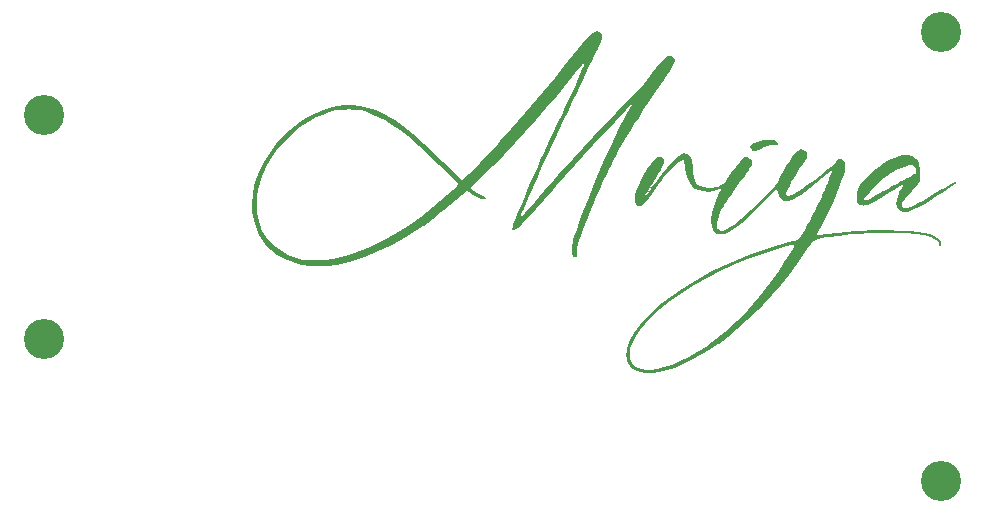
<source format=gts>
%TF.GenerationSoftware,KiCad,Pcbnew,9.0.7*%
%TF.CreationDate,2026-02-08T19:21:18+03:00*%
%TF.ProjectId,mriya-bottom-plate,6d726979-612d-4626-9f74-746f6d2d706c,1.1.3*%
%TF.SameCoordinates,Original*%
%TF.FileFunction,Soldermask,Top*%
%TF.FilePolarity,Negative*%
%FSLAX46Y46*%
G04 Gerber Fmt 4.6, Leading zero omitted, Abs format (unit mm)*
G04 Created by KiCad (PCBNEW 9.0.7) date 2026-02-08 19:21:18*
%MOMM*%
%LPD*%
G01*
G04 APERTURE LIST*
%ADD10C,0.000000*%
%ADD11C,3.400000*%
G04 APERTURE END LIST*
D10*
%TO.C,G\u002A\u002A\u002A*%
G36*
X121399115Y-69839841D02*
G01*
X121516075Y-69889392D01*
X121635724Y-69999931D01*
X121670977Y-70114324D01*
X121632835Y-70209487D01*
X121532299Y-70262333D01*
X121380372Y-70249778D01*
X121349388Y-70239161D01*
X121202366Y-70219884D01*
X120994169Y-70253258D01*
X120718681Y-70340964D01*
X120369783Y-70484680D01*
X120238359Y-70544285D01*
X119958688Y-70662682D01*
X119748013Y-70724995D01*
X119593669Y-70733198D01*
X119482990Y-70689264D01*
X119456367Y-70666173D01*
X119357820Y-70514374D01*
X119353500Y-70361117D01*
X119438219Y-70217443D01*
X119606790Y-70094394D01*
X119754196Y-70032268D01*
X120140473Y-69919354D01*
X120515021Y-69842282D01*
X120860923Y-69802424D01*
X121161260Y-69801153D01*
X121399115Y-69839841D01*
G37*
G36*
X132732716Y-71101697D02*
G01*
X133001943Y-71161645D01*
X133207245Y-71254514D01*
X133383573Y-71397013D01*
X133412551Y-71426711D01*
X133528024Y-71572956D01*
X133610839Y-71743150D01*
X133665167Y-71955032D01*
X133695182Y-72226343D01*
X133705057Y-72574824D01*
X133704908Y-72669619D01*
X133705389Y-72886605D01*
X133704511Y-73051714D01*
X133694432Y-73181136D01*
X133667309Y-73291059D01*
X133615300Y-73397672D01*
X133530563Y-73517164D01*
X133405256Y-73665723D01*
X133231536Y-73859538D01*
X133008663Y-74106863D01*
X132701581Y-74462056D01*
X132469168Y-74759614D01*
X132308325Y-75005083D01*
X132215953Y-75204008D01*
X132188955Y-75361935D01*
X132224232Y-75484410D01*
X132232245Y-75496620D01*
X132338353Y-75579512D01*
X132430425Y-75601184D01*
X132596518Y-75572596D01*
X132839100Y-75488620D01*
X133153001Y-75351932D01*
X133533054Y-75165212D01*
X133974091Y-74931138D01*
X134470945Y-74652387D01*
X135018447Y-74331638D01*
X135611430Y-73971570D01*
X135797894Y-73855989D01*
X136056652Y-73697205D01*
X136289663Y-73558631D01*
X136482430Y-73448535D01*
X136620462Y-73375181D01*
X136689264Y-73346835D01*
X136690818Y-73346746D01*
X136755118Y-73367944D01*
X136736915Y-73431937D01*
X136635409Y-73539320D01*
X136449803Y-73690688D01*
X136179297Y-73886637D01*
X135823095Y-74127762D01*
X135380398Y-74414660D01*
X134850406Y-74747926D01*
X134629389Y-74884731D01*
X134090905Y-75206396D01*
X133621791Y-75463577D01*
X133216493Y-75658313D01*
X132869456Y-75792648D01*
X132575126Y-75868623D01*
X132327949Y-75888279D01*
X132122370Y-75853658D01*
X132059688Y-75829310D01*
X131920756Y-75730060D01*
X131810004Y-75560892D01*
X131788697Y-75515027D01*
X131733550Y-75377997D01*
X131708785Y-75263379D01*
X131711270Y-75132178D01*
X131737871Y-74945396D01*
X131741287Y-74924852D01*
X131818770Y-74620455D01*
X131956464Y-74260148D01*
X132049852Y-74056492D01*
X132148658Y-73850329D01*
X132229026Y-73679732D01*
X132282262Y-73563357D01*
X132299803Y-73520190D01*
X132259239Y-73540779D01*
X132144759Y-73608229D01*
X131967180Y-73715923D01*
X131737321Y-73857246D01*
X131465998Y-74025582D01*
X131164030Y-74214316D01*
X131135010Y-74232522D01*
X130666826Y-74523834D01*
X130272688Y-74762997D01*
X129943928Y-74954412D01*
X129671881Y-75102484D01*
X129447879Y-75211616D01*
X129263256Y-75286210D01*
X129109345Y-75330670D01*
X128977480Y-75349399D01*
X128934111Y-75350691D01*
X128757424Y-75335967D01*
X128624806Y-75278860D01*
X128530672Y-75204267D01*
X128452845Y-75130788D01*
X128404752Y-75063255D01*
X128379311Y-74975817D01*
X128369444Y-74842626D01*
X128369180Y-74803357D01*
X129002347Y-74803357D01*
X129008423Y-74877447D01*
X129090036Y-74894737D01*
X129247217Y-74857516D01*
X129444182Y-74783104D01*
X129572136Y-74722469D01*
X129767950Y-74620179D01*
X130013557Y-74486122D01*
X130290893Y-74330187D01*
X130581892Y-74162261D01*
X130630314Y-74133883D01*
X130972211Y-73935370D01*
X131350915Y-73719352D01*
X131734169Y-73503984D01*
X132089711Y-73307421D01*
X132333667Y-73175294D01*
X132599643Y-73033024D01*
X132843769Y-72902216D01*
X133048648Y-72792209D01*
X133196883Y-72712344D01*
X133264201Y-72675766D01*
X133366714Y-72572128D01*
X133397858Y-72431028D01*
X133367645Y-72273454D01*
X133286089Y-72120393D01*
X133163203Y-71992831D01*
X133009002Y-71911755D01*
X132891143Y-71893886D01*
X132765330Y-71915294D01*
X132572434Y-71973935D01*
X132334589Y-72061439D01*
X132073929Y-72169433D01*
X131812588Y-72289545D01*
X131709256Y-72340923D01*
X131210817Y-72634218D01*
X130692914Y-73013047D01*
X130167272Y-73467730D01*
X129645616Y-73988582D01*
X129437056Y-74217381D01*
X129216692Y-74475614D01*
X129071780Y-74670176D01*
X129002347Y-74803357D01*
X128369180Y-74803357D01*
X128368069Y-74637830D01*
X128368129Y-74610849D01*
X128372145Y-74383961D01*
X128388830Y-74217797D01*
X128427082Y-74072954D01*
X128495796Y-73910031D01*
X128553049Y-73791856D01*
X128751750Y-73463029D01*
X129029412Y-73110863D01*
X129371871Y-72748999D01*
X129764966Y-72391078D01*
X130194533Y-72050741D01*
X130646410Y-71741629D01*
X130744909Y-71680687D01*
X131253427Y-71402357D01*
X131720307Y-71210992D01*
X132150866Y-71105044D01*
X132550419Y-71082965D01*
X132732716Y-71101697D01*
G37*
G36*
X106435974Y-60588491D02*
G01*
X106554270Y-60636071D01*
X106645466Y-60701298D01*
X106758706Y-60826177D01*
X106798495Y-60964786D01*
X106799606Y-61000586D01*
X106798309Y-61055426D01*
X106792720Y-61113103D01*
X106780287Y-61179328D01*
X106758462Y-61259814D01*
X106724694Y-61360274D01*
X106676434Y-61486419D01*
X106611131Y-61643963D01*
X106526236Y-61838618D01*
X106419199Y-62076096D01*
X106287469Y-62362110D01*
X106128498Y-62702372D01*
X105939734Y-63102595D01*
X105718629Y-63568491D01*
X105462633Y-64105773D01*
X105169195Y-64720153D01*
X104835765Y-65417343D01*
X104721286Y-65656608D01*
X104276572Y-66587007D01*
X103871702Y-67436354D01*
X103502539Y-68213630D01*
X103164950Y-68927812D01*
X102854799Y-69587880D01*
X102567951Y-70202812D01*
X102300271Y-70781589D01*
X102047626Y-71333189D01*
X101805879Y-71866590D01*
X101570895Y-72390772D01*
X101338541Y-72914715D01*
X101104681Y-73447396D01*
X100865181Y-73997795D01*
X100637797Y-74524063D01*
X100437573Y-74988832D01*
X100273578Y-75369873D01*
X100142436Y-75675497D01*
X100040773Y-75914014D01*
X99965211Y-76093735D01*
X99912375Y-76222968D01*
X99878891Y-76310026D01*
X99861382Y-76363217D01*
X99856472Y-76390852D01*
X99860785Y-76401242D01*
X99870947Y-76402697D01*
X99874711Y-76402633D01*
X99919802Y-76366737D01*
X100014998Y-76269297D01*
X100145998Y-76125526D01*
X100286785Y-75964320D01*
X101104370Y-75016113D01*
X101907545Y-74095687D01*
X102706016Y-73192433D01*
X103509488Y-72295740D01*
X104327668Y-71394996D01*
X105170262Y-70479591D01*
X106046975Y-69538915D01*
X106967514Y-68562357D01*
X107941584Y-67539306D01*
X108978891Y-66459151D01*
X109028994Y-66407184D01*
X109516906Y-65897051D01*
X109937894Y-65447684D01*
X110298534Y-65051756D01*
X110605405Y-64701938D01*
X110865083Y-64390903D01*
X111053772Y-64151340D01*
X111370550Y-63740444D01*
X111636884Y-63405549D01*
X111859587Y-63140428D01*
X112045473Y-62938858D01*
X112201354Y-62794613D01*
X112334044Y-62701467D01*
X112450357Y-62653196D01*
X112557105Y-62643575D01*
X112661103Y-62666378D01*
X112673921Y-62671074D01*
X112831077Y-62777625D01*
X112934804Y-62939433D01*
X112961736Y-63076734D01*
X112946173Y-63158428D01*
X112897053Y-63279733D01*
X112810725Y-63446727D01*
X112683540Y-63665486D01*
X112511849Y-63942088D01*
X112292001Y-64282610D01*
X112020348Y-64693129D01*
X111743366Y-65105523D01*
X111201984Y-65909729D01*
X110713937Y-66639876D01*
X110274548Y-67303599D01*
X109879142Y-67908532D01*
X109523040Y-68462311D01*
X109201567Y-68972572D01*
X108910045Y-69446949D01*
X108643798Y-69893078D01*
X108398148Y-70318594D01*
X108168418Y-70731132D01*
X107949933Y-71138327D01*
X107738014Y-71547815D01*
X107527986Y-71967231D01*
X107477824Y-72069231D01*
X107187381Y-72672298D01*
X106890758Y-73307975D01*
X106592949Y-73964323D01*
X106298949Y-74629402D01*
X106013753Y-75291271D01*
X105742355Y-75937990D01*
X105489750Y-76557620D01*
X105260933Y-77138220D01*
X105060898Y-77667850D01*
X104894641Y-78134570D01*
X104767155Y-78526441D01*
X104743643Y-78605416D01*
X104664705Y-78949779D01*
X104639682Y-79281774D01*
X104655862Y-79584024D01*
X104653283Y-79692648D01*
X104600789Y-79738519D01*
X104542554Y-79749216D01*
X104397939Y-79723938D01*
X104295606Y-79613623D01*
X104236263Y-79424399D01*
X104220618Y-79162395D01*
X104249380Y-78833738D01*
X104323256Y-78444558D01*
X104370054Y-78256411D01*
X104435187Y-78027978D01*
X104521636Y-77755235D01*
X104631652Y-77432097D01*
X104767486Y-77052481D01*
X104931390Y-76610303D01*
X105125615Y-76099477D01*
X105352411Y-75513920D01*
X105614031Y-74847548D01*
X105875659Y-74187425D01*
X106310490Y-73109513D01*
X106723849Y-72117311D01*
X107120750Y-71199895D01*
X107506205Y-70346342D01*
X107885229Y-69545730D01*
X108262833Y-68787133D01*
X108644033Y-68059629D01*
X108917184Y-67560355D01*
X109062308Y-67296658D01*
X109187315Y-67063732D01*
X109285112Y-66875279D01*
X109348606Y-66745001D01*
X109370705Y-66686601D01*
X109370244Y-66685080D01*
X109329780Y-66696259D01*
X109314337Y-66715700D01*
X109273130Y-66762650D01*
X109170102Y-66873956D01*
X109012781Y-67041657D01*
X108808694Y-67257787D01*
X108565368Y-67514382D01*
X108290330Y-67803479D01*
X107991108Y-68117114D01*
X107871495Y-68242257D01*
X107514931Y-68615559D01*
X107185955Y-68961152D01*
X106878484Y-69285784D01*
X106586432Y-69596203D01*
X106303715Y-69899156D01*
X106024248Y-70201391D01*
X105741945Y-70509656D01*
X105450723Y-70830699D01*
X105144496Y-71171267D01*
X104817180Y-71538109D01*
X104462689Y-71937971D01*
X104074940Y-72377603D01*
X103647846Y-72863751D01*
X103175324Y-73403164D01*
X102651289Y-74002590D01*
X102069655Y-74668775D01*
X101868064Y-74899803D01*
X101546317Y-75264254D01*
X101219100Y-75626963D01*
X100895149Y-75978857D01*
X100583200Y-76310859D01*
X100291990Y-76613895D01*
X100030255Y-76878890D01*
X99806731Y-77096769D01*
X99630155Y-77258458D01*
X99509263Y-77354881D01*
X99496847Y-77362923D01*
X99372113Y-77422140D01*
X99272588Y-77439473D01*
X99258492Y-77436228D01*
X99214490Y-77405584D01*
X99191143Y-77349469D01*
X99190885Y-77260000D01*
X99216152Y-77129291D01*
X99269380Y-76949461D01*
X99353005Y-76712623D01*
X99469462Y-76410895D01*
X99621186Y-76036393D01*
X99810613Y-75581232D01*
X99889438Y-75393901D01*
X100223119Y-74604644D01*
X100526276Y-73892487D01*
X100805973Y-73241651D01*
X101069274Y-72636358D01*
X101323243Y-72060828D01*
X101574946Y-71499282D01*
X101831446Y-70935942D01*
X102099807Y-70355028D01*
X102387094Y-69740761D01*
X102700372Y-69077362D01*
X102992811Y-68462130D01*
X103355029Y-67698478D01*
X103693121Y-66978905D01*
X104005174Y-66307742D01*
X104289271Y-65689316D01*
X104543499Y-65127958D01*
X104765943Y-64627997D01*
X104954687Y-64193761D01*
X105107818Y-63829579D01*
X105223421Y-63539781D01*
X105299581Y-63328696D01*
X105334384Y-63200652D01*
X105334976Y-63166468D01*
X105300473Y-63186597D01*
X105216082Y-63273604D01*
X105092986Y-63414932D01*
X104942365Y-63598023D01*
X104871762Y-63686665D01*
X103900182Y-64903869D01*
X102965469Y-66045126D01*
X102056762Y-67122589D01*
X101163200Y-68148412D01*
X100273921Y-69134746D01*
X99378063Y-70093745D01*
X98464765Y-71037562D01*
X97523166Y-71978348D01*
X97037644Y-72452096D01*
X96739909Y-72741485D01*
X96464231Y-73011442D01*
X96219149Y-73253452D01*
X96013199Y-73459002D01*
X95854919Y-73619578D01*
X95752845Y-73726666D01*
X95716342Y-73769808D01*
X95704020Y-73878813D01*
X95736378Y-73934144D01*
X95830240Y-74019419D01*
X95987862Y-74134187D01*
X96183731Y-74262438D01*
X96392337Y-74388164D01*
X96588166Y-74495358D01*
X96745709Y-74568011D01*
X96747876Y-74568843D01*
X96903301Y-74648808D01*
X96969002Y-74726329D01*
X96955149Y-74791202D01*
X96871916Y-74833221D01*
X96729474Y-74842182D01*
X96537994Y-74807878D01*
X96515974Y-74801506D01*
X96395398Y-74749595D01*
X96219190Y-74654085D01*
X96013203Y-74529679D01*
X95846846Y-74420929D01*
X95656247Y-74293243D01*
X95496947Y-74189423D01*
X95386518Y-74120726D01*
X95343202Y-74098225D01*
X95296551Y-74129273D01*
X95191654Y-74213338D01*
X95045090Y-74336803D01*
X94907959Y-74455689D01*
X94423344Y-74874779D01*
X93921537Y-75297779D01*
X93417407Y-75712751D01*
X92925825Y-76107756D01*
X92461662Y-76470855D01*
X92039788Y-76790111D01*
X91675073Y-77053584D01*
X91652058Y-77069637D01*
X90721945Y-77683817D01*
X89766493Y-78251990D01*
X88797716Y-78768745D01*
X87827628Y-79228671D01*
X86868242Y-79626361D01*
X85931572Y-79956402D01*
X85029630Y-80213387D01*
X84337876Y-80363339D01*
X84063908Y-80404043D01*
X83730450Y-80438956D01*
X83364334Y-80466672D01*
X82992396Y-80485784D01*
X82641467Y-80494886D01*
X82338382Y-80492571D01*
X82126036Y-80479277D01*
X81330894Y-80350609D01*
X80592962Y-80145037D01*
X79915169Y-79864098D01*
X79300445Y-79509331D01*
X78751721Y-79082273D01*
X78271927Y-78584463D01*
X78099781Y-78365624D01*
X77752366Y-77814272D01*
X77484336Y-77210095D01*
X77296193Y-76562051D01*
X77188442Y-75879096D01*
X77168459Y-75351648D01*
X77556301Y-75351648D01*
X77605943Y-76018040D01*
X77725066Y-76653118D01*
X77911851Y-77238607D01*
X78019566Y-77485358D01*
X78315083Y-77989244D01*
X78695049Y-78453703D01*
X79149067Y-78871615D01*
X79666738Y-79235858D01*
X80237667Y-79539310D01*
X80851454Y-79774850D01*
X81497704Y-79935356D01*
X81629295Y-79957727D01*
X81831853Y-79977422D01*
X82109738Y-79987728D01*
X82438587Y-79989318D01*
X82794036Y-79982863D01*
X83151720Y-79969036D01*
X83487277Y-79948509D01*
X83776343Y-79921953D01*
X83979685Y-79892886D01*
X85002447Y-79656232D01*
X86045289Y-79324116D01*
X87104583Y-78898427D01*
X88176704Y-78381056D01*
X89258026Y-77773893D01*
X90344923Y-77078828D01*
X91433768Y-76297753D01*
X92496450Y-75452993D01*
X92769072Y-75223115D01*
X93055080Y-74977368D01*
X93344479Y-74724798D01*
X93627273Y-74474450D01*
X93893467Y-74235368D01*
X94133063Y-74016599D01*
X94336068Y-73827186D01*
X94492483Y-73676176D01*
X94592315Y-73572613D01*
X94625641Y-73526303D01*
X94590584Y-73480348D01*
X94490940Y-73373642D01*
X94334998Y-73214198D01*
X94131047Y-73010031D01*
X93887376Y-72769152D01*
X93612274Y-72499576D01*
X93314031Y-72209315D01*
X93000935Y-71906384D01*
X92681276Y-71598795D01*
X92363343Y-71294562D01*
X92055425Y-71001698D01*
X91765811Y-70728217D01*
X91502791Y-70482131D01*
X91274654Y-70271454D01*
X91089688Y-70104199D01*
X91043590Y-70063455D01*
X90333083Y-69461075D01*
X89665376Y-68940046D01*
X89032204Y-68495507D01*
X88425308Y-68122597D01*
X87836425Y-67816454D01*
X87257294Y-67572220D01*
X86679653Y-67385032D01*
X86351234Y-67302747D01*
X86072581Y-67258186D01*
X85727101Y-67230233D01*
X85345972Y-67218918D01*
X84960368Y-67224272D01*
X84601464Y-67246325D01*
X84300437Y-67285110D01*
X84223238Y-67300649D01*
X83703539Y-67444420D01*
X83144205Y-67646478D01*
X82576261Y-67894070D01*
X82030729Y-68174440D01*
X81861446Y-68271664D01*
X81174367Y-68728523D01*
X80522469Y-69261587D01*
X79914039Y-69859529D01*
X79357365Y-70511018D01*
X78860733Y-71204726D01*
X78432431Y-71929324D01*
X78080744Y-72673484D01*
X77813960Y-73425875D01*
X77672729Y-73998028D01*
X77577957Y-74672218D01*
X77556301Y-75351648D01*
X77168459Y-75351648D01*
X77161584Y-75170187D01*
X77216122Y-74444284D01*
X77352560Y-73710342D01*
X77571401Y-72977320D01*
X77769356Y-72479822D01*
X78176844Y-71648086D01*
X78639452Y-70887153D01*
X79171364Y-70176374D01*
X79786763Y-69495100D01*
X79892410Y-69388955D01*
X80347882Y-68957946D01*
X80783596Y-68593760D01*
X81228448Y-68275634D01*
X81711336Y-67982799D01*
X82226233Y-67711800D01*
X82977513Y-67368080D01*
X83685896Y-67108735D01*
X84362016Y-66933441D01*
X85016506Y-66841872D01*
X85659999Y-66833704D01*
X86303128Y-66908612D01*
X86956528Y-67066272D01*
X87630831Y-67306359D01*
X88137870Y-67531331D01*
X88516387Y-67719519D01*
X88881804Y-67918325D01*
X89241581Y-68133686D01*
X89603178Y-68371541D01*
X89974055Y-68637826D01*
X90361670Y-68938480D01*
X90773483Y-69279439D01*
X91216955Y-69666641D01*
X91699544Y-70106024D01*
X92228711Y-70603525D01*
X92811914Y-71165081D01*
X93287873Y-71630488D01*
X93619664Y-71955264D01*
X93930911Y-72257269D01*
X94214107Y-72529413D01*
X94461749Y-72764605D01*
X94666329Y-72955756D01*
X94820345Y-73095775D01*
X94916289Y-73177572D01*
X94945499Y-73196450D01*
X95005793Y-73160290D01*
X95127076Y-73056055D01*
X95303267Y-72890111D01*
X95528287Y-72668823D01*
X95796059Y-72398558D01*
X96100502Y-72085682D01*
X96435537Y-71736560D01*
X96795085Y-71357559D01*
X97173068Y-70955045D01*
X97563406Y-70535384D01*
X97960020Y-70104941D01*
X98356831Y-69670083D01*
X98747760Y-69237175D01*
X99059796Y-68887969D01*
X99678547Y-68189267D01*
X100247312Y-67540921D01*
X100778673Y-66927893D01*
X101285207Y-66335149D01*
X101779495Y-65747651D01*
X102274116Y-65150364D01*
X102781649Y-64528251D01*
X103314674Y-63866276D01*
X103885771Y-63149404D01*
X104319886Y-62600592D01*
X104713080Y-62107338D01*
X105054192Y-61691767D01*
X105348607Y-61349481D01*
X105601708Y-61076082D01*
X105818881Y-60867173D01*
X106005510Y-60718357D01*
X106166978Y-60625236D01*
X106308672Y-60583413D01*
X106435974Y-60588491D01*
G37*
G36*
X123849292Y-70615990D02*
G01*
X124011899Y-70705487D01*
X124123434Y-70852896D01*
X124168733Y-71044172D01*
X124132632Y-71265272D01*
X124118146Y-71302820D01*
X124054889Y-71422828D01*
X123948935Y-71592566D01*
X123819038Y-71782622D01*
X123762574Y-71860454D01*
X123579732Y-72119598D01*
X123387282Y-72413213D01*
X123192671Y-72727739D01*
X123003341Y-73049616D01*
X122826737Y-73365284D01*
X122670305Y-73661184D01*
X122541488Y-73923756D01*
X122447730Y-74139440D01*
X122396476Y-74294677D01*
X122389952Y-74360637D01*
X122446437Y-74471644D01*
X122570717Y-74511000D01*
X122761246Y-74479382D01*
X123016482Y-74377470D01*
X123334880Y-74205942D01*
X123714898Y-73965478D01*
X124154991Y-73656757D01*
X124394568Y-73478909D01*
X124815827Y-73157443D01*
X125213341Y-72846996D01*
X125578289Y-72554892D01*
X125901851Y-72288456D01*
X126175206Y-72055011D01*
X126389533Y-71861882D01*
X126536010Y-71716394D01*
X126581913Y-71662681D01*
X126712790Y-71512526D01*
X126829746Y-71439250D01*
X126963466Y-71430012D01*
X127080560Y-71454001D01*
X127238685Y-71544125D01*
X127339581Y-71714631D01*
X127382172Y-71962914D01*
X127377538Y-72171653D01*
X127337083Y-72421021D01*
X127252311Y-72746028D01*
X127128106Y-73135030D01*
X126969351Y-73576380D01*
X126780930Y-74058431D01*
X126567726Y-74569538D01*
X126334624Y-75098054D01*
X126086505Y-75632335D01*
X125828254Y-76160733D01*
X125564754Y-76671602D01*
X125300888Y-77153297D01*
X125254520Y-77234629D01*
X125133920Y-77449256D01*
X125034188Y-77635211D01*
X124964910Y-77773999D01*
X124935669Y-77847122D01*
X124935306Y-77850608D01*
X124979448Y-77888946D01*
X125098126Y-77882831D01*
X125836496Y-77770557D01*
X126640099Y-77669928D01*
X127474310Y-77584396D01*
X128304502Y-77517413D01*
X129096046Y-77472429D01*
X129293886Y-77464670D01*
X129751580Y-77452884D01*
X130246502Y-77447716D01*
X130762453Y-77448737D01*
X131283234Y-77455520D01*
X131792646Y-77467636D01*
X132274488Y-77484656D01*
X132712562Y-77506153D01*
X133090667Y-77531697D01*
X133392606Y-77560861D01*
X133505863Y-77576041D01*
X134052641Y-77676035D01*
X134516465Y-77796089D01*
X134894730Y-77934678D01*
X135184828Y-78090275D01*
X135384151Y-78261358D01*
X135490091Y-78446399D01*
X135500042Y-78643874D01*
X135475705Y-78728250D01*
X135425554Y-78801784D01*
X135380022Y-78785203D01*
X135356409Y-78687786D01*
X135355819Y-78663956D01*
X135306970Y-78477730D01*
X135164648Y-78304893D01*
X134935189Y-78150032D01*
X134624930Y-78017733D01*
X134353846Y-77938722D01*
X134093087Y-77876299D01*
X133856193Y-77824800D01*
X133629812Y-77783186D01*
X133400590Y-77750416D01*
X133155175Y-77725450D01*
X132880215Y-77707249D01*
X132562357Y-77694772D01*
X132188248Y-77686979D01*
X131744536Y-77682831D01*
X131217867Y-77681287D01*
X131047337Y-77681178D01*
X130355391Y-77683223D01*
X129746033Y-77690413D01*
X129201746Y-77703673D01*
X128705011Y-77723928D01*
X128238308Y-77752103D01*
X127784118Y-77789123D01*
X127324923Y-77835913D01*
X126843203Y-77893398D01*
X126713807Y-77909989D01*
X126166760Y-77984653D01*
X125713633Y-78054788D01*
X125348317Y-78121696D01*
X125064706Y-78186682D01*
X124856691Y-78251049D01*
X124718165Y-78316100D01*
X124678769Y-78344332D01*
X124604734Y-78424537D01*
X124487169Y-78573341D01*
X124337367Y-78775476D01*
X124166620Y-79015671D01*
X123986219Y-79278658D01*
X123970070Y-79302663D01*
X123284515Y-80291734D01*
X122603560Y-81207143D01*
X121907831Y-82072515D01*
X121177956Y-82911474D01*
X120394561Y-83747645D01*
X119977754Y-84171053D01*
X119099264Y-85022254D01*
X118254434Y-85783631D01*
X117439603Y-86458349D01*
X116651115Y-87049571D01*
X116647136Y-87052392D01*
X115868367Y-87578382D01*
X115100568Y-88046367D01*
X114349648Y-88454185D01*
X113621515Y-88799674D01*
X112922080Y-89080671D01*
X112257252Y-89295014D01*
X111632940Y-89440541D01*
X111055053Y-89515091D01*
X110529502Y-89516500D01*
X110093158Y-89450342D01*
X109712362Y-89327762D01*
X109411787Y-89159737D01*
X109178069Y-88936603D01*
X109005462Y-88664132D01*
X108915027Y-88460430D01*
X108868864Y-88280193D01*
X108855697Y-88092119D01*
X109144293Y-88092119D01*
X109170144Y-88360917D01*
X109217603Y-88531198D01*
X109321219Y-88697242D01*
X109482187Y-88869802D01*
X109665870Y-89015682D01*
X109798564Y-89087965D01*
X110160318Y-89204091D01*
X110539396Y-89261017D01*
X110957633Y-89260197D01*
X111436865Y-89203086D01*
X111462474Y-89198837D01*
X112075357Y-89059807D01*
X112733168Y-88843330D01*
X113424616Y-88554900D01*
X114138412Y-88200013D01*
X114863268Y-87784164D01*
X115587896Y-87312846D01*
X116111564Y-86935925D01*
X117175044Y-86085705D01*
X118190748Y-85165990D01*
X119164109Y-84170934D01*
X120100564Y-83094691D01*
X121005549Y-81931416D01*
X121760561Y-80860265D01*
X121992662Y-80512771D01*
X122218898Y-80167565D01*
X122432538Y-79835499D01*
X122626849Y-79527425D01*
X122795100Y-79254196D01*
X122930561Y-79026663D01*
X123026499Y-78855678D01*
X123076183Y-78752093D01*
X123081657Y-78730474D01*
X123072382Y-78691635D01*
X123037247Y-78670004D01*
X122965284Y-78667496D01*
X122845528Y-78686027D01*
X122667012Y-78727512D01*
X122418770Y-78793865D01*
X122089834Y-78887003D01*
X121943112Y-78929321D01*
X120599123Y-79347951D01*
X119290540Y-79814737D01*
X118024462Y-80325874D01*
X116807988Y-80877556D01*
X115648218Y-81465979D01*
X114552251Y-82087338D01*
X113527187Y-82737826D01*
X112580126Y-83413640D01*
X111718166Y-84110973D01*
X110956473Y-84817947D01*
X110447373Y-85361827D01*
X110012676Y-85899215D01*
X109657865Y-86422341D01*
X109388420Y-86923433D01*
X109271067Y-87207361D01*
X109196058Y-87483068D01*
X109153366Y-87788746D01*
X109144293Y-88092119D01*
X108855697Y-88092119D01*
X108854006Y-88067961D01*
X108853649Y-88014775D01*
X108865297Y-87732034D01*
X108905582Y-87474705D01*
X108982516Y-87211633D01*
X109104113Y-86911665D01*
X109179419Y-86748127D01*
X109520197Y-86130644D01*
X109960054Y-85508880D01*
X110498013Y-84883826D01*
X111133094Y-84256474D01*
X111864318Y-83627817D01*
X112690708Y-82998845D01*
X113287377Y-82584305D01*
X114671815Y-81714393D01*
X116124299Y-80917993D01*
X117644754Y-80195136D01*
X119233105Y-79545857D01*
X120889276Y-78970188D01*
X122613194Y-78468162D01*
X122652465Y-78457792D01*
X122897449Y-78388317D01*
X123118363Y-78316715D01*
X123290464Y-78251571D01*
X123387084Y-78202869D01*
X123480975Y-78106974D01*
X123611343Y-77931469D01*
X123772017Y-77687407D01*
X123956822Y-77385845D01*
X124159586Y-77037836D01*
X124374137Y-76654437D01*
X124594300Y-76246703D01*
X124813903Y-75825687D01*
X125026773Y-75402447D01*
X125226737Y-74988036D01*
X125407622Y-74593511D01*
X125427275Y-74549113D01*
X125532739Y-74303918D01*
X125648626Y-74024488D01*
X125768818Y-73726704D01*
X125887200Y-73426447D01*
X125997654Y-73139599D01*
X126094064Y-72882041D01*
X126170314Y-72669655D01*
X126220286Y-72518322D01*
X126237870Y-72444461D01*
X126208879Y-72396936D01*
X126200296Y-72395844D01*
X126152013Y-72426888D01*
X126039589Y-72512828D01*
X125875353Y-72643814D01*
X125671634Y-72809997D01*
X125440760Y-73001527D01*
X125411243Y-73026226D01*
X124867938Y-73474973D01*
X124389208Y-73856230D01*
X123969158Y-74173737D01*
X123601895Y-74431233D01*
X123281524Y-74632458D01*
X123002152Y-74781152D01*
X122757885Y-74881055D01*
X122542829Y-74935906D01*
X122379525Y-74949902D01*
X122214471Y-74941874D01*
X122099706Y-74904666D01*
X121988305Y-74818594D01*
X121928996Y-74760902D01*
X121745588Y-74508447D01*
X121646274Y-74206950D01*
X121629076Y-74004658D01*
X121626357Y-73964648D01*
X121614045Y-73942307D01*
X121585677Y-73943419D01*
X121534791Y-73973765D01*
X121454923Y-74039131D01*
X121339609Y-74145300D01*
X121182387Y-74298055D01*
X120976794Y-74503179D01*
X120716365Y-74766457D01*
X120394639Y-75093672D01*
X120268767Y-75221917D01*
X119773640Y-75721998D01*
X119337459Y-76152011D01*
X118953348Y-76517432D01*
X118614433Y-76823740D01*
X118313840Y-77076413D01*
X118044694Y-77280927D01*
X117800121Y-77442762D01*
X117573246Y-77567395D01*
X117357196Y-77660303D01*
X117145094Y-77726964D01*
X117115602Y-77734445D01*
X116793946Y-77778236D01*
X116526660Y-77738154D01*
X116314628Y-77615054D01*
X116158737Y-77409792D01*
X116059871Y-77123222D01*
X116018916Y-76756199D01*
X116017752Y-76673726D01*
X116041210Y-76386393D01*
X116107849Y-76031065D01*
X116212061Y-75627262D01*
X116348239Y-75194506D01*
X116510777Y-74752320D01*
X116693059Y-74322436D01*
X116773028Y-74145580D01*
X116834076Y-74007950D01*
X116866570Y-73931369D01*
X116869428Y-73922843D01*
X116826506Y-73932012D01*
X116713982Y-73968138D01*
X116556312Y-74023369D01*
X116169698Y-74136415D01*
X115811096Y-74179506D01*
X115441197Y-74156901D01*
X115391519Y-74149561D01*
X115006229Y-74059219D01*
X114681703Y-73914374D01*
X114413419Y-73708713D01*
X114196858Y-73435927D01*
X114027498Y-73089704D01*
X113900818Y-72663734D01*
X113812298Y-72151706D01*
X113785198Y-71907240D01*
X113760199Y-71722269D01*
X113726939Y-71575558D01*
X113692289Y-71496813D01*
X113689697Y-71494368D01*
X113605426Y-71487641D01*
X113464535Y-71552776D01*
X113274357Y-71684503D01*
X113042228Y-71877551D01*
X112775480Y-72126651D01*
X112685017Y-72216327D01*
X112421881Y-72493209D01*
X112147400Y-72808070D01*
X111852879Y-73171814D01*
X111529620Y-73595346D01*
X111168928Y-74089571D01*
X110984466Y-74348718D01*
X110741022Y-74686531D01*
X110541296Y-74947954D01*
X110377067Y-75142285D01*
X110240116Y-75278821D01*
X110122224Y-75366860D01*
X110053454Y-75401850D01*
X109889681Y-75428319D01*
X109754415Y-75368903D01*
X109651752Y-75234896D01*
X109585790Y-75037593D01*
X109560624Y-74788288D01*
X109580352Y-74498275D01*
X109632226Y-74240616D01*
X109731458Y-73930312D01*
X109874737Y-73581338D01*
X110052484Y-73209700D01*
X110255117Y-72831404D01*
X110473059Y-72462454D01*
X110696728Y-72118856D01*
X110916546Y-71816616D01*
X111122932Y-71571739D01*
X111306306Y-71400230D01*
X111351637Y-71367917D01*
X111555871Y-71252302D01*
X111712905Y-71210365D01*
X111841391Y-71240268D01*
X111932193Y-71310676D01*
X112003132Y-71394969D01*
X112047173Y-71487006D01*
X112060914Y-71595290D01*
X112040953Y-71728321D01*
X111983888Y-71894604D01*
X111886316Y-72102638D01*
X111744835Y-72360927D01*
X111556045Y-72677971D01*
X111316542Y-73062274D01*
X111087399Y-73421894D01*
X110847145Y-73797013D01*
X110656399Y-74095956D01*
X110510322Y-74326725D01*
X110404074Y-74497321D01*
X110332817Y-74615747D01*
X110291712Y-74690004D01*
X110275919Y-74728094D01*
X110280599Y-74738019D01*
X110295587Y-74731208D01*
X110341852Y-74681086D01*
X110436557Y-74562546D01*
X110569758Y-74388600D01*
X110731512Y-74172259D01*
X110911873Y-73926535D01*
X110937464Y-73891326D01*
X111413019Y-73251162D01*
X111858304Y-72682012D01*
X112270670Y-72186807D01*
X112647471Y-71768475D01*
X112986060Y-71429944D01*
X113283787Y-71174143D01*
X113538007Y-71004001D01*
X113556462Y-70994138D01*
X113767731Y-70932744D01*
X113978739Y-70956485D01*
X114158339Y-71061755D01*
X114160825Y-71064119D01*
X114253372Y-71171463D01*
X114324051Y-71303565D01*
X114377371Y-71477263D01*
X114417840Y-71709401D01*
X114449967Y-72016819D01*
X114463712Y-72195557D01*
X114503994Y-72617192D01*
X114562142Y-72952669D01*
X114643947Y-73215293D01*
X114755196Y-73418374D01*
X114901681Y-73575217D01*
X115089191Y-73699132D01*
X115126155Y-73718175D01*
X115401156Y-73810708D01*
X115732836Y-73852019D01*
X116091465Y-73841610D01*
X116447312Y-73778983D01*
X116572573Y-73742394D01*
X116844217Y-73638977D01*
X117040800Y-73525741D01*
X117187193Y-73385556D01*
X117275566Y-73258177D01*
X117389396Y-73079127D01*
X117540614Y-72855485D01*
X117717239Y-72603536D01*
X117907288Y-72339566D01*
X118098778Y-72079860D01*
X118279726Y-71840705D01*
X118438148Y-71638386D01*
X118562063Y-71489190D01*
X118629794Y-71417663D01*
X118831734Y-71279305D01*
X119024948Y-71239963D01*
X119214593Y-71299419D01*
X119335271Y-71388144D01*
X119443793Y-71503921D01*
X119488102Y-71619719D01*
X119492878Y-71735065D01*
X119484858Y-71807543D01*
X119460076Y-71889468D01*
X119411821Y-71992068D01*
X119333383Y-72126573D01*
X119218054Y-72304212D01*
X119059123Y-72536213D01*
X118849881Y-72833806D01*
X118764105Y-72954712D01*
X118386313Y-73487422D01*
X118062902Y-73945750D01*
X117789322Y-74336354D01*
X117561025Y-74665888D01*
X117373464Y-74941009D01*
X117222089Y-75168373D01*
X117102351Y-75354635D01*
X117009703Y-75506451D01*
X116955550Y-75601184D01*
X116804907Y-75908561D01*
X116674984Y-76238912D01*
X116575935Y-76561543D01*
X116517911Y-76845760D01*
X116507799Y-76954948D01*
X116507479Y-77116619D01*
X116534806Y-77221085D01*
X116605532Y-77310632D01*
X116658696Y-77359993D01*
X116779081Y-77450271D01*
X116884192Y-77500942D01*
X116909206Y-77504931D01*
X117013008Y-77480383D01*
X117178079Y-77414631D01*
X117380684Y-77319515D01*
X117597085Y-77206875D01*
X117803548Y-77088549D01*
X117976335Y-76976377D01*
X117993189Y-76964250D01*
X118192390Y-76811380D01*
X118423061Y-76619627D01*
X118691089Y-76383556D01*
X119002364Y-76097730D01*
X119362776Y-75756717D01*
X119778214Y-75355079D01*
X120254567Y-74887382D01*
X120407021Y-74736561D01*
X120751336Y-74394219D01*
X121030348Y-74113653D01*
X121250997Y-73887214D01*
X121420225Y-73707249D01*
X121544973Y-73566109D01*
X121632181Y-73456142D01*
X121688790Y-73369696D01*
X121721742Y-73299122D01*
X121727833Y-73280633D01*
X121807721Y-73069019D01*
X121931984Y-72808128D01*
X122091100Y-72512571D01*
X122275547Y-72196956D01*
X122475800Y-71875894D01*
X122682339Y-71563993D01*
X122885639Y-71275864D01*
X123076178Y-71026115D01*
X123244434Y-70829357D01*
X123380884Y-70700199D01*
X123431512Y-70666902D01*
X123650775Y-70598447D01*
X123849292Y-70615990D01*
G37*
%TD*%
D11*
%TO.C,MH4*%
X135500000Y-98650000D03*
%TD*%
%TO.C,MH3*%
X59500000Y-86650000D03*
%TD*%
%TO.C,MH2*%
X59500000Y-67650000D03*
%TD*%
%TO.C,MH1*%
X135500000Y-60650000D03*
%TD*%
M02*

</source>
